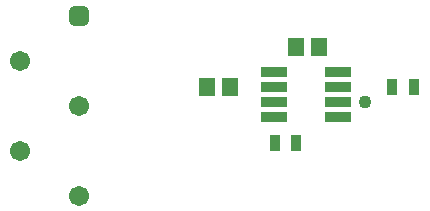
<source format=gts>
G04*
G04 #@! TF.GenerationSoftware,Altium Limited,Altium Designer,24.8.2 (39)*
G04*
G04 Layer_Color=8388736*
%FSLAX44Y44*%
%MOMM*%
G71*
G04*
G04 #@! TF.SameCoordinates,27CDC404-796B-4BEE-BB71-1A0BAB082429*
G04*
G04*
G04 #@! TF.FilePolarity,Negative*
G04*
G01*
G75*
%ADD13R,0.9500X1.4000*%
%ADD14R,1.3549X1.5562*%
%ADD16R,2.2352X0.9144*%
%ADD17C,1.7032*%
G04:AMPARAMS|DCode=18|XSize=1.7032mm|YSize=1.7032mm|CornerRadius=0.4766mm|HoleSize=0mm|Usage=FLASHONLY|Rotation=90.000|XOffset=0mm|YOffset=0mm|HoleType=Round|Shape=RoundedRectangle|*
%AMROUNDEDRECTD18*
21,1,1.7032,0.7500,0,0,90.0*
21,1,0.7500,1.7032,0,0,90.0*
1,1,0.9532,0.3750,0.3750*
1,1,0.9532,0.3750,-0.3750*
1,1,0.9532,-0.3750,-0.3750*
1,1,0.9532,-0.3750,0.3750*
%
%ADD18ROUNDEDRECTD18*%
%ADD19C,1.0922*%
D13*
X373740Y140970D02*
D03*
X355240D02*
D03*
X274320Y93980D02*
D03*
X255820D02*
D03*
D14*
X293370Y175260D02*
D03*
X273857D02*
D03*
X218440Y140970D02*
D03*
X198927D02*
D03*
D16*
X255270D02*
D03*
Y153670D02*
D03*
Y115570D02*
D03*
Y128270D02*
D03*
X309372Y115570D02*
D03*
Y153670D02*
D03*
Y140970D02*
D03*
Y128270D02*
D03*
D17*
X90470Y49130D02*
D03*
X40470Y163430D02*
D03*
X90470Y125330D02*
D03*
X40470Y87230D02*
D03*
D18*
X90470Y201530D02*
D03*
D19*
X332740Y128270D02*
D03*
M02*

</source>
